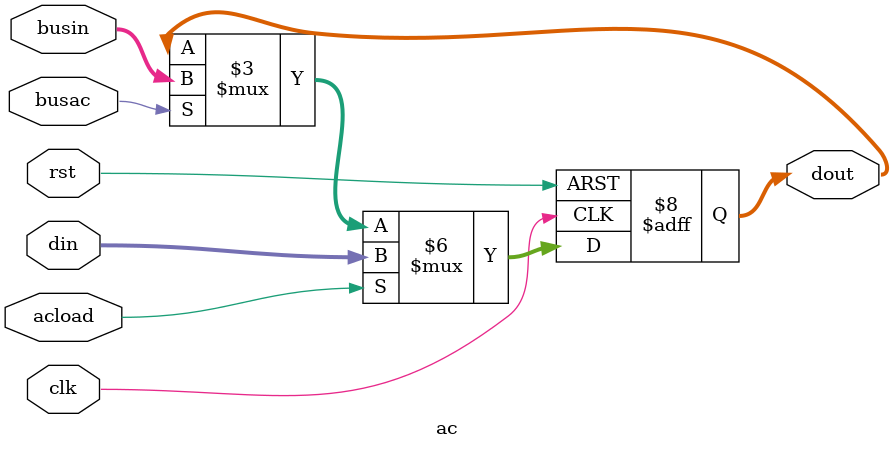
<source format=v>
/*AC通用寄存器，存储第一个操作数*/
module ac(din, busin, clk, rst, acload, busac, dout);
//din:从alu来的数据
//busin:从总线来的数据
input [7:0] din; 
input [7:0] busin;
input clk,rst,acload,busac;
output reg [7:0] dout;
always @(posedge clk or negedge rst) 
begin
    if (!rst)
        dout <= 0;
    else if (acload)
        dout <= din;
    else if (busac)
        dout <= busin;
end

endmodule
</source>
